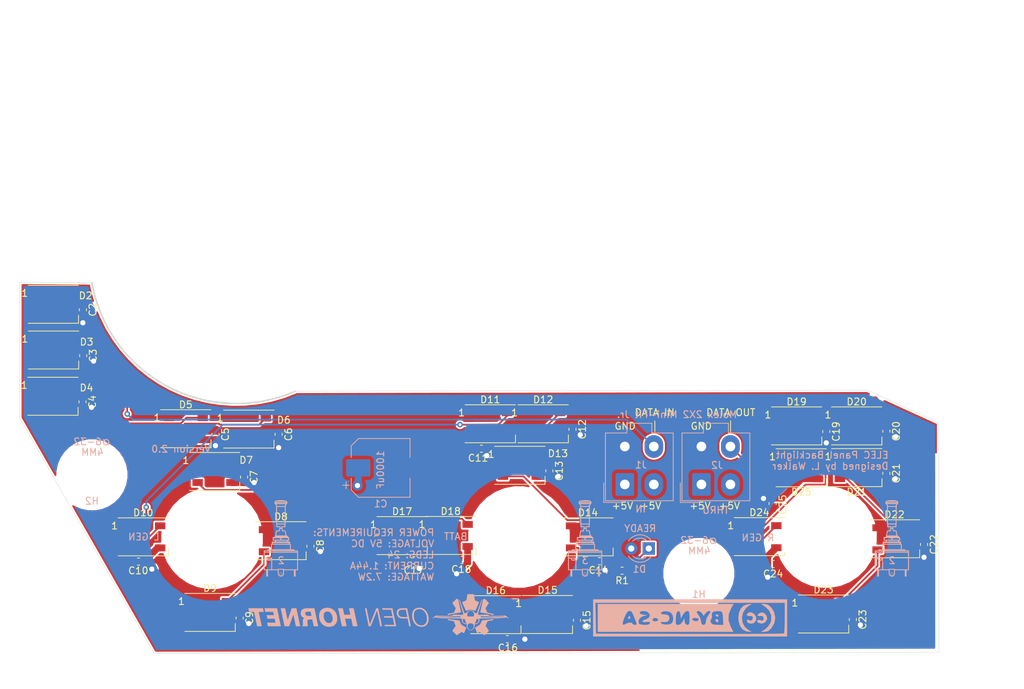
<source format=kicad_pcb>
(kicad_pcb (version 20171130) (host pcbnew "(5.1.6)-1")
  (layers (0 F.Cu signal) (31 B.Cu signal) (34 B.Paste user) (35 F.Paste user) (36 B.SilkS user) (37 F.SilkS user) (38 B.Mask user) (39 F.Mask user) (44 Edge.Cuts user))
  (net 0 "")
  (net 1 /LEDGND)
  (net 2 /LED+5V)
  (net 3 "Net-(D1-Pad1)")
  (net 4 "Net-(D2-Pad2)")
  (net 5 /DATAIN)
  (net 6 "Net-(D3-Pad2)")
  (net 7 "Net-(D4-Pad2)")
  (net 8 "Net-(D5-Pad2)")
  (net 9 "Net-(D6-Pad2)")
  (net 10 "Net-(D7-Pad2)")
  (net 11 "Net-(D8-Pad2)")
  (net 12 "Net-(D10-Pad4)")
  (net 13 "Net-(D10-Pad2)")
  (net 14 "Net-(D11-Pad2)")
  (net 15 "Net-(D12-Pad2)")
  (net 16 /DATAOUT1)
  (net 17 "Net-(D14-Pad2)")
  (net 18 "Net-(D15-Pad2)")
  (net 19 "Net-(D16-Pad2)")
  (net 20 "Net-(D17-Pad2)")
  (net 21 "Net-(D18-Pad2)")
  (net 22 "Net-(D19-Pad2)")
  (net 23 "Net-(D20-Pad2)")
  (net 24 "Net-(D21-Pad2)")
  (net 25 "Net-(D22-Pad2)")
  (net 26 "Net-(D23-Pad2)")
  (net 27 "Net-(D24-Pad2)")
  (net 28 /DATAOUT)
  (module OH_Backlighting:OH_Panel_6-32_PHS (layer F.Cu) (at 40.4114 125.7808)
    (fp_text reference 5 hide)
    (fp_text value OH_Panel_Fastner_Keepout hide)
    (fp_text user 4MM (at 0.075 -3.275 180) (layer B.SilkS) (effects (justify mirror)))
    (fp_text user H2 (at 0 3.81) (layer B.SilkS) (effects (justify mirror)))
    (fp_text user ⌀6-32 (at 0 -4.8) (layer B.SilkS) (effects (justify mirror)))
    (pad "" np_thru_hole circle (at 0 0) (size 4.3 4.3) (drill 4.3) (layers *.Cu *.Mask) (clearance 3))
  )
  (module OH_Backlighting:OH_Panel_6-32_PHS (layer F.Cu) (at 128.2954 140.0683)
    (fp_text reference 4 hide)
    (fp_text value OH_Panel_Fastner_Keepout hide)
    (fp_text user 4MM (at 0.075 -3.275 180) (layer B.SilkS) (effects (justify mirror)))
    (fp_text user H1 (at 0 3.0317) (layer B.SilkS) (effects (justify mirror)))
    (fp_text user ⌀6-32 (at 0 -4.8) (layer B.SilkS) (effects (justify mirror)))
    (pad "" np_thru_hole circle (at 0 0) (size 4.3 4.3) (drill 4.3) (layers *.Cu *.Mask) (clearance 3))
  )
  (module OH_Backlighting:SxAL_Toggle_13x13mm (layer F.Cu) (at 57.8104 134.979916)
    (fp_text reference 1 hide)
    (fp_text value SxAL_Toggle_13x13mm hide)
    (pad "" np_thru_hole circle (at 0 0) (size 12.7 12.7) (drill 12.7) (layers *.Mask F.Cu) (clearance 1))
    (pad "" np_thru_hole circle (at 0 0) (size 12.7 12.7) (drill 12.7) (layers *.Mask B.Cu) (clearance 2.65))
  )
  (module OH_Backlighting:SxAL_Toggle_13x13mm (layer F.Cu) (at 102.2604 134.7978)
    (fp_text reference 2 hide)
    (fp_text value SxAL_Toggle_13x13mm hide)
    (pad "" np_thru_hole circle (at 0 0) (size 12.7 12.7) (drill 12.7) (layers *.Mask F.Cu) (clearance 1))
    (pad "" np_thru_hole circle (at 0 0) (size 12.7 12.7) (drill 12.7) (layers *.Mask B.Cu) (clearance 2.65))
  )
  (module OH_Backlighting:SxAL_Toggle_13x13mm (layer F.Cu) (at 146.7104 134.7978)
    (fp_text reference 3 hide)
    (fp_text value SxAL_Toggle_13x13mm hide)
    (pad "" np_thru_hole circle (at 0 0) (size 12.7 12.7) (drill 12.7) (layers *.Mask F.Cu) (clearance 1))
    (pad "" np_thru_hole circle (at 0 0) (size 12.7 12.7) (drill 12.7) (layers *.Mask B.Cu) (clearance 2.65))
  )
  (module OH_General:OH_LOGO_37.7mm_5.9mm (layer B.Cu) (at 81.92 146.05 180)
    (fp_text reference G4 hide)
    (fp_text value LOGO hide)
  )
  (module OH_General:CC-BY-NC-SA-Small (layer B.Cu) (at 127.12 146.52 180)
    (fp_text reference G5 hide)
    (fp_text value LOGO hide)
  )
  (module Capacitor_SMD:C_0603_1608Metric (layer F.Cu) (at 138.98 129.94 90)
    (fp_text reference C25 (at -0.16 1.47 90) (layer F.SilkS))
    (fp_text value C)
    (pad 2 smd roundrect (at 0.7875 0 90) (size 0.875 0.95) (layers F.Cu F.Paste F.Mask) (net 1 /LEDGND))
    (pad 1 smd roundrect (at -0.7875 0 90) (size 0.875 0.95) (layers F.Cu F.Paste F.Mask) (net 2 /LED+5V))
  )
  (module Capacitor_SMD:C_0603_1608Metric (layer F.Cu) (at 139.0575 138.7 180)
    (fp_text reference C24 (at 0 -1.43) (layer F.SilkS))
    (fp_text value C)
    (pad 2 smd roundrect (at 0.7875 0 180) (size 0.875 0.95) (layers F.Cu F.Paste F.Mask) (net 1 /LEDGND))
    (pad 1 smd roundrect (at -0.7875 0 180) (size 0.875 0.95) (layers F.Cu F.Paste F.Mask) (net 2 /LED+5V))
  )
  (module Capacitor_SMD:C_0603_1608Metric (layer F.Cu) (at 150.6 146.752 270)
    (fp_text reference C23 (at 0 -1.43 90) (layer F.SilkS))
    (fp_text value C)
    (pad 2 smd roundrect (at 0.7875 0 270) (size 0.875 0.95) (layers F.Cu F.Paste F.Mask) (net 1 /LEDGND))
    (pad 1 smd roundrect (at -0.7875 0 270) (size 0.875 0.95) (layers F.Cu F.Paste F.Mask) (net 2 /LED+5V))
  )
  (module Capacitor_SMD:C_0603_1608Metric (layer F.Cu) (at 160.91 135.87 270)
    (fp_text reference C22 (at 0 -1.43 90) (layer F.SilkS))
    (fp_text value C)
    (pad 2 smd roundrect (at 0.7875 0 270) (size 0.875 0.95) (layers F.Cu F.Paste F.Mask) (net 1 /LEDGND))
    (pad 1 smd roundrect (at -0.7875 0 270) (size 0.875 0.95) (layers F.Cu F.Paste F.Mask) (net 2 /LED+5V))
  )
  (module Capacitor_SMD:C_0603_1608Metric (layer F.Cu) (at 155.45 125.562 270)
    (fp_text reference C21 (at 0 -1.43 90) (layer F.SilkS))
    (fp_text value C)
    (pad 2 smd roundrect (at 0.7875 0 270) (size 0.875 0.95) (layers F.Cu F.Paste F.Mask) (net 1 /LEDGND))
    (pad 1 smd roundrect (at -0.7875 0 270) (size 0.875 0.95) (layers F.Cu F.Paste F.Mask) (net 2 /LED+5V))
  )
  (module Capacitor_SMD:C_0603_1608Metric (layer F.Cu) (at 155.45 119.462 270)
    (fp_text reference C20 (at 0 -1.43 90) (layer F.SilkS))
    (fp_text value C)
    (pad 2 smd roundrect (at 0.7875 0 270) (size 0.875 0.95) (layers F.Cu F.Paste F.Mask) (net 1 /LEDGND))
    (pad 1 smd roundrect (at -0.7875 0 270) (size 0.875 0.95) (layers F.Cu F.Paste F.Mask) (net 2 /LED+5V))
  )
  (module Resistor_SMD:R_0603_1608Metric (layer F.Cu) (at 117.19 139.68 180)
    (fp_text reference R1 (at 0 -1.43) (layer F.SilkS))
    (fp_text value R)
    (pad 2 smd roundrect (at 0.7875 0 180) (size 0.875 0.95) (layers F.Cu F.Paste F.Mask) (net 1 /LEDGND))
    (pad 1 smd roundrect (at -0.7875 0 180) (size 0.875 0.95) (layers F.Cu F.Paste F.Mask) (net 3 "Net-(D1-Pad1)"))
  )
  (module Connector_Molex:Molex_Mini-Fit_Jr_5566-04A_2x02_P4.20mm_Vertical (layer B.Cu) (at 128.67 127.18)
    (fp_text reference J2 (at 2.27 -2.79) (layer B.SilkS) (effects (justify mirror)))
    (fp_text value Conn_01x04_Female)
    (pad 4 thru_hole oval (at 4.2 -5.5) (size 2.7 3.3) (drill 1.4) (layers *.Cu *.Mask) (net 28 /DATAOUT))
    (pad 3 thru_hole oval (at 0 -5.5) (size 2.7 3.3) (drill 1.4) (layers *.Cu *.Mask) (net 1 /LEDGND))
    (pad 2 thru_hole oval (at 4.2 0) (size 2.7 3.3) (drill 1.4) (layers *.Cu *.Mask) (net 2 /LED+5V))
    (pad 1 thru_hole roundrect (at 0 0) (size 2.7 3.3) (drill 1.4) (layers *.Cu *.Mask) (roundrect_rratio 0.09259299999999999) (net 2 /LED+5V))
  )
  (module Connector_Molex:Molex_Mini-Fit_Jr_5566-04A_2x02_P4.20mm_Vertical (layer B.Cu) (at 117.58 127.18)
    (fp_text reference J1 (at 2.34 -2.84) (layer B.SilkS) (effects (justify mirror)))
    (fp_text value Conn_01x04_Female)
    (pad 4 thru_hole oval (at 4.2 -5.5) (size 2.7 3.3) (drill 1.4) (layers *.Cu *.Mask) (net 5 /DATAIN))
    (pad 3 thru_hole oval (at 0 -5.5) (size 2.7 3.3) (drill 1.4) (layers *.Cu *.Mask) (net 1 /LEDGND))
    (pad 2 thru_hole oval (at 4.2 0) (size 2.7 3.3) (drill 1.4) (layers *.Cu *.Mask) (net 2 /LED+5V))
    (pad 1 thru_hole roundrect (at 0 0) (size 2.7 3.3) (drill 1.4) (layers *.Cu *.Mask) (roundrect_rratio 0.09259299999999999) (net 2 /LED+5V))
  )
  (module Capacitor_SMD:C_0603_1608Metric (layer F.Cu) (at 146.75 119.512 270)
    (fp_text reference C19 (at 0 -1.43 90) (layer F.SilkS))
    (fp_text value C)
    (pad 2 smd roundrect (at 0.7875 0 270) (size 0.875 0.95) (layers F.Cu F.Paste F.Mask) (net 1 /LEDGND))
    (pad 1 smd roundrect (at -0.7875 0 270) (size 0.875 0.95) (layers F.Cu F.Paste F.Mask) (net 2 /LED+5V))
  )
  (module Capacitor_SMD:C_0603_1608Metric (layer F.Cu) (at 94.0125 138.1)
    (fp_text reference C18 (at -0.1125 1.375) (layer F.SilkS))
    (fp_text value C)
    (pad 2 smd roundrect (at 0.7875 0) (size 0.875 0.95) (layers F.Cu F.Paste F.Mask) (net 1 /LEDGND))
    (pad 1 smd roundrect (at -0.7875 0) (size 0.875 0.95) (layers F.Cu F.Paste F.Mask) (net 2 /LED+5V))
  )
  (module Capacitor_SMD:C_0603_1608Metric (layer F.Cu) (at 87.0125 138.15)
    (fp_text reference C17 (at -0.0125 1.475) (layer F.SilkS))
    (fp_text value C)
    (pad 2 smd roundrect (at 0.7875 0) (size 0.875 0.95) (layers F.Cu F.Paste F.Mask) (net 1 /LEDGND))
    (pad 1 smd roundrect (at -0.7875 0) (size 0.875 0.95) (layers F.Cu F.Paste F.Mask) (net 2 /LED+5V))
  )
  (module Capacitor_SMD:C_0603_1608Metric (layer F.Cu) (at 100.562 149.6)
    (fp_text reference C16 (at 0.0875 1.25) (layer F.SilkS))
    (fp_text value C)
    (pad 2 smd roundrect (at 0.7875 0) (size 0.875 0.95) (layers F.Cu F.Paste F.Mask) (net 1 /LEDGND))
    (pad 1 smd roundrect (at -0.7875 0) (size 0.875 0.95) (layers F.Cu F.Paste F.Mask) (net 2 /LED+5V))
  )
  (module Capacitor_SMD:C_0603_1608Metric (layer F.Cu) (at 110.65 146.862 270)
    (fp_text reference C15 (at 0 -1.43 90) (layer F.SilkS))
    (fp_text value C)
    (pad 2 smd roundrect (at 0.7875 0 270) (size 0.875 0.95) (layers F.Cu F.Paste F.Mask) (net 1 /LEDGND))
    (pad 1 smd roundrect (at -0.7875 0 270) (size 0.875 0.95) (layers F.Cu F.Paste F.Mask) (net 2 /LED+5V))
  )
  (module Capacitor_SMD:C_0603_1608Metric (layer F.Cu) (at 113.9 138.3)
    (fp_text reference C14 (at -0.1 1.3) (layer F.SilkS))
    (fp_text value C)
    (pad 2 smd roundrect (at 0.7875 0) (size 0.875 0.95) (layers F.Cu F.Paste F.Mask) (net 1 /LEDGND))
    (pad 1 smd roundrect (at -0.7875 0) (size 0.875 0.95) (layers F.Cu F.Paste F.Mask) (net 2 /LED+5V))
  )
  (module Capacitor_SMD:C_0603_1608Metric (layer F.Cu) (at 106.65 125.212 270)
    (fp_text reference C13 (at 0 -1.43 90) (layer F.SilkS))
    (fp_text value C)
    (pad 2 smd roundrect (at 0.7875 0 270) (size 0.875 0.95) (layers F.Cu F.Paste F.Mask) (net 1 /LEDGND))
    (pad 1 smd roundrect (at -0.7875 0 270) (size 0.875 0.95) (layers F.Cu F.Paste F.Mask) (net 2 /LED+5V))
  )
  (module Capacitor_SMD:C_0603_1608Metric (layer F.Cu) (at 110 119.188 270)
    (fp_text reference C12 (at 0 -1.43 90) (layer F.SilkS))
    (fp_text value C)
    (pad 2 smd roundrect (at 0.7875 0 270) (size 0.875 0.95) (layers F.Cu F.Paste F.Mask) (net 1 /LEDGND))
    (pad 1 smd roundrect (at -0.7875 0 270) (size 0.875 0.95) (layers F.Cu F.Paste F.Mask) (net 2 /LED+5V))
  )
  (module Capacitor_SMD:C_0603_1608Metric (layer F.Cu) (at 96.8125 122)
    (fp_text reference C11 (at -0.4875 1.35) (layer F.SilkS))
    (fp_text value C)
    (pad 2 smd roundrect (at 0.7875 0) (size 0.875 0.95) (layers F.Cu F.Paste F.Mask) (net 1 /LEDGND))
    (pad 1 smd roundrect (at -0.7875 0) (size 0.875 0.95) (layers F.Cu F.Paste F.Mask) (net 2 /LED+5V))
  )
  (module Capacitor_SMD:C_0603_1608Metric (layer F.Cu) (at 47.1625 138.35)
    (fp_text reference C10 (at -0.0375 1.325) (layer F.SilkS))
    (fp_text value C)
    (pad 2 smd roundrect (at 0.7875 0) (size 0.875 0.95) (layers F.Cu F.Paste F.Mask) (net 1 /LEDGND))
    (pad 1 smd roundrect (at -0.7875 0) (size 0.875 0.95) (layers F.Cu F.Paste F.Mask) (net 2 /LED+5V))
  )
  (module Capacitor_SMD:C_0603_1608Metric (layer F.Cu) (at 61.8 146.538 270)
    (fp_text reference C9 (at 0 -1.43 90) (layer F.SilkS))
    (fp_text value C)
    (pad 2 smd roundrect (at 0.7875 0 270) (size 0.875 0.95) (layers F.Cu F.Paste F.Mask) (net 1 /LEDGND))
    (pad 1 smd roundrect (at -0.7875 0 270) (size 0.875 0.95) (layers F.Cu F.Paste F.Mask) (net 2 /LED+5V))
  )
  (module Capacitor_SMD:C_0603_1608Metric (layer F.Cu) (at 72.05 136.138 270)
    (fp_text reference C8 (at 0 -1.43 90) (layer F.SilkS))
    (fp_text value C)
    (pad 2 smd roundrect (at 0.7875 0 270) (size 0.875 0.95) (layers F.Cu F.Paste F.Mask) (net 1 /LEDGND))
    (pad 1 smd roundrect (at -0.7875 0 270) (size 0.875 0.95) (layers F.Cu F.Paste F.Mask) (net 2 /LED+5V))
  )
  (module Capacitor_SMD:C_0603_1608Metric (layer F.Cu) (at 62.45 126.112 270)
    (fp_text reference C7 (at 0 -1.43 90) (layer F.SilkS))
    (fp_text value C)
    (pad 2 smd roundrect (at 0.7875 0 270) (size 0.875 0.95) (layers F.Cu F.Paste F.Mask) (net 1 /LEDGND))
    (pad 1 smd roundrect (at -0.7875 0 270) (size 0.875 0.95) (layers F.Cu F.Paste F.Mask) (net 2 /LED+5V))
  )
  (module Capacitor_SMD:C_0603_1608Metric (layer F.Cu) (at 67.45 119.912 270)
    (fp_text reference C6 (at 0 -1.43 90) (layer F.SilkS))
    (fp_text value C)
    (pad 2 smd roundrect (at 0.7875 0 270) (size 0.875 0.95) (layers F.Cu F.Paste F.Mask) (net 1 /LEDGND))
    (pad 1 smd roundrect (at -0.7875 0 270) (size 0.875 0.95) (layers F.Cu F.Paste F.Mask) (net 2 /LED+5V))
  )
  (module Capacitor_SMD:C_0603_1608Metric (layer F.Cu) (at 58.3 119.912 270)
    (fp_text reference C5 (at 0 -1.43 90) (layer F.SilkS))
    (fp_text value C)
    (pad 2 smd roundrect (at 0.7875 0 270) (size 0.875 0.95) (layers F.Cu F.Paste F.Mask) (net 1 /LEDGND))
    (pad 1 smd roundrect (at -0.7875 0 270) (size 0.875 0.95) (layers F.Cu F.Paste F.Mask) (net 2 /LED+5V))
  )
  (module Capacitor_SMD:C_0603_1608Metric (layer F.Cu) (at 39.05 115.212 270)
    (fp_text reference C4 (at 0 -1.43 90) (layer F.SilkS))
    (fp_text value C)
    (pad 2 smd roundrect (at 0.7875 0 270) (size 0.875 0.95) (layers F.Cu F.Paste F.Mask) (net 1 /LEDGND))
    (pad 1 smd roundrect (at -0.7875 0 270) (size 0.875 0.95) (layers F.Cu F.Paste F.Mask) (net 2 /LED+5V))
  )
  (module Capacitor_SMD:C_0603_1608Metric (layer F.Cu) (at 39.15 108.512 270)
    (fp_text reference C3 (at 0 -1.43 90) (layer F.SilkS))
    (fp_text value C)
    (pad 2 smd roundrect (at 0.7875 0 270) (size 0.875 0.95) (layers F.Cu F.Paste F.Mask) (net 1 /LEDGND))
    (pad 1 smd roundrect (at -0.7875 0 270) (size 0.875 0.95) (layers F.Cu F.Paste F.Mask) (net 2 /LED+5V))
  )
  (module Capacitor_SMD:C_0603_1608Metric (layer F.Cu) (at 39.1 101.862 270)
    (fp_text reference C2 (at 0 -1.43 90) (layer F.SilkS))
    (fp_text value C)
    (pad 2 smd roundrect (at 0.7875 0 270) (size 0.875 0.95) (layers F.Cu F.Paste F.Mask) (net 1 /LEDGND))
    (pad 1 smd roundrect (at -0.7875 0 270) (size 0.875 0.95) (layers F.Cu F.Paste F.Mask) (net 2 /LED+5V))
  )
  (module "Kicad Footprint Files:S3ALToggle" (layer B.Cu) (at 111.9632 135.128 180)
    (fp_text reference G2 hide)
    (fp_text value LOGO hide)
    (fp_text user 3 (at 0.125 -3.075) (layer B.SilkS) (effects (justify mirror)))
  )
  (module "Kicad Footprint Files:S2ALToggle" (layer B.Cu) (at 156.3878 135.128 180)
    (fp_text reference G3 hide)
    (fp_text value LOGO hide)
    (fp_text user 2 (at 0.125 -3.075) (layer B.SilkS) (effects (justify mirror)))
  )
  (module "Kicad Footprint Files:S2ALToggle" (layer B.Cu) (at 67.9196 135.128 180)
    (fp_text reference G1 hide)
    (fp_text value LOGO hide)
    (fp_text user 2 (at 0.125 -3.075) (layer B.SilkS) (effects (justify mirror)))
  )
  (module LED_SMD:LED_WS2812B_PLCC4_5.0x5.0mm_P3.2mm (layer F.Cu) (at 143.117 124.765)
    (fp_text reference D25 (at 0.0116 3.5054) (layer F.SilkS))
    (fp_text value WS2812B)
    (fp_text user 1 (at -4.15 -1.6) (layer F.SilkS))
    (pad 1 smd rect (at -2.45 -1.6) (size 1.5 1) (layers F.Cu F.Paste F.Mask) (net 2 /LED+5V))
    (pad 2 smd rect (at -2.45 1.6) (size 1.5 1) (layers F.Cu F.Paste F.Mask) (net 28 /DATAOUT))
    (pad 4 smd rect (at 2.45 -1.6) (size 1.5 1) (layers F.Cu F.Paste F.Mask) (net 27 "Net-(D24-Pad2)"))
    (pad 3 smd rect (at 2.45 1.6) (size 1.5 1) (layers F.Cu F.Paste F.Mask) (net 1 /LEDGND))
  )
  (module LED_SMD:LED_WS2812B_PLCC4_5.0x5.0mm_P3.2mm (layer F.Cu) (at 137.072 134.747)
    (fp_text reference D24 (at 0 -3.5) (layer F.SilkS))
    (fp_text value WS2812B)
    (fp_text user 1 (at -4.15 -1.6) (layer F.SilkS))
    (pad 1 smd rect (at -2.45 -1.6) (size 1.5 1) (layers F.Cu F.Paste F.Mask) (net 2 /LED+5V))
    (pad 2 smd rect (at -2.45 1.6) (size 1.5 1) (layers F.Cu F.Paste F.Mask) (net 27 "Net-(D24-Pad2)"))
    (pad 4 smd rect (at 2.45 -1.6) (size 1.5 1) (layers F.Cu F.Paste F.Mask) (net 26 "Net-(D23-Pad2)"))
    (pad 3 smd rect (at 2.45 1.6) (size 1.5 1) (layers F.Cu F.Paste F.Mask) (net 1 /LEDGND))
  )
  (module LED_SMD:LED_WS2812B_PLCC4_5.0x5.0mm_P3.2mm (layer F.Cu) (at 146.355 145.948)
    (fp_text reference D23 (at 0 -3.5) (layer F.SilkS))
    (fp_text value WS2812B)
    (fp_text user 1 (at -4.15 -1.6) (layer F.SilkS))
    (pad 1 smd rect (at -2.45 -1.6) (size 1.5 1) (layers F.Cu F.Paste F.Mask) (net 2 /LED+5V))
    (pad 2 smd rect (at -2.45 1.6) (size 1.5 1) (layers F.Cu F.Paste F.Mask) (net 26 "Net-(D23-Pad2)"))
    (pad 4 smd rect (at 2.45 -1.6) (size 1.5 1) (layers F.Cu F.Paste F.Mask) (net 25 "Net-(D22-Pad2)"))
    (pad 3 smd rect (at 2.45 1.6) (size 1.5 1) (layers F.Cu F.Paste F.Mask) (net 1 /LEDGND))
  )
  (module LED_SMD:LED_WS2812B_PLCC4_5.0x5.0mm_P3.2mm (layer F.Cu) (at 156.63 135.052)
    (fp_text reference D22 (at 0 -3.5) (layer F.SilkS))
    (fp_text value WS2812B)
    (fp_text user 1 (at -4.15 -1.6) (layer F.SilkS))
    (pad 1 smd rect (at -2.45 -1.6) (size 1.5 1) (layers F.Cu F.Paste F.Mask) (net 2 /LED+5V))
    (pad 2 smd rect (at -2.45 1.6) (size 1.5 1) (layers F.Cu F.Paste F.Mask) (net 25 "Net-(D22-Pad2)"))
    (pad 4 smd rect (at 2.45 -1.6) (size 1.5 1) (layers F.Cu F.Paste F.Mask) (net 24 "Net-(D21-Pad2)"))
    (pad 3 smd rect (at 2.45 1.6) (size 1.5 1) (layers F.Cu F.Paste F.Mask) (net 1 /LEDGND))
  )
  (module LED_SMD:LED_WS2812B_PLCC4_5.0x5.0mm_P3.2mm (layer F.Cu) (at 151.167 124.739)
    (fp_text reference D21 (at -0.0116 3.5308) (layer F.SilkS))
    (fp_text value WS2812B)
    (fp_text user 1 (at -4.15 -1.6) (layer F.SilkS))
    (pad 1 smd rect (at -2.45 -1.6) (size 1.5 1) (layers F.Cu F.Paste F.Mask) (net 2 /LED+5V))
    (pad 2 smd rect (at -2.45 1.6) (size 1.5 1) (layers F.Cu F.Paste F.Mask) (net 24 "Net-(D21-Pad2)"))
    (pad 4 smd rect (at 2.45 -1.6) (size 1.5 1) (layers F.Cu F.Paste F.Mask) (net 23 "Net-(D20-Pad2)"))
    (pad 3 smd rect (at 2.45 1.6) (size 1.5 1) (layers F.Cu F.Paste F.Mask) (net 1 /LEDGND))
  )
  (module LED_SMD:LED_WS2812B_PLCC4_5.0x5.0mm_P3.2mm (layer F.Cu) (at 151.155 118.694)
    (fp_text reference D20 (at 0 -3.5) (layer F.SilkS))
    (fp_text value WS2812B)
    (fp_text user 1 (at -4.15 -1.6) (layer F.SilkS))
    (pad 1 smd rect (at -2.45 -1.6) (size 1.5 1) (layers F.Cu F.Paste F.Mask) (net 2 /LED+5V))
    (pad 2 smd rect (at -2.45 1.6) (size 1.5 1) (layers F.Cu F.Paste F.Mask) (net 23 "Net-(D20-Pad2)"))
    (pad 4 smd rect (at 2.45 -1.6) (size 1.5 1) (layers F.Cu F.Paste F.Mask) (net 22 "Net-(D19-Pad2)"))
    (pad 3 smd rect (at 2.45 1.6) (size 1.5 1) (layers F.Cu F.Paste F.Mask) (net 1 /LEDGND))
  )
  (module LED_SMD:LED_WS2812B_PLCC4_5.0x5.0mm_P3.2mm (layer F.Cu) (at 142.455 118.694)
    (fp_text reference D19 (at 0 -3.5) (layer F.SilkS))
    (fp_text value WS2812B)
    (fp_text user 1 (at -4.15 -1.6) (layer F.SilkS))
    (pad 1 smd rect (at -2.45 -1.6) (size 1.5 1) (layers F.Cu F.Paste F.Mask) (net 2 /LED+5V))
    (pad 2 smd rect (at -2.45 1.6) (size 1.5 1) (layers F.Cu F.Paste F.Mask) (net 22 "Net-(D19-Pad2)"))
    (pad 4 smd rect (at 2.45 -1.6) (size 1.5 1) (layers F.Cu F.Paste F.Mask) (net 21 "Net-(D18-Pad2)"))
    (pad 3 smd rect (at 2.45 1.6) (size 1.5 1) (layers F.Cu F.Paste F.Mask) (net 1 /LEDGND))
  )
  (module LED_SMD:LED_WS2812B_PLCC4_5.0x5.0mm_P3.2mm (layer F.Cu) (at 92.3682 134.569)
    (fp_text reference D18 (at 0 -3.5) (layer F.SilkS))
    (fp_text value WS2812B)
    (fp_text user 1 (at -4.15 -1.6) (layer F.SilkS))
    (pad 1 smd rect (at -2.45 -1.6) (size 1.5 1) (layers F.Cu F.Paste F.Mask) (net 2 /LED+5V))
    (pad 2 smd rect (at -2.45 1.6) (size 1.5 1) (layers F.Cu F.Paste F.Mask) (net 21 "Net-(D18-Pad2)"))
    (pad 4 smd rect (at 2.45 -1.6) (size 1.5 1) (layers F.Cu F.Paste F.Mask) (net 20 "Net-(D17-Pad2)"))
    (pad 3 smd rect (at 2.45 1.6) (size 1.5 1) (layers F.Cu F.Paste F.Mask) (net 1 /LEDGND))
  )
  (module LED_SMD:LED_WS2812B_PLCC4_5.0x5.0mm_P3.2mm (layer F.Cu) (at 85.3302 134.594)
    (fp_text reference D17 (at 0 -3.5) (layer F.SilkS))
    (fp_text value WS2812B)
    (fp_text user 1 (at -4.15 -1.6) (layer F.SilkS))
    (pad 1 smd rect (at -2.45 -1.6) (size 1.5 1) (layers F.Cu F.Paste F.Mask) (net 2 /LED+5V))
    (pad 2 smd rect (at -2.45 1.6) (size 1.5 1) (layers F.Cu F.Paste F.Mask) (net 20 "Net-(D17-Pad2)"))
    (pad 4 smd rect (at 2.45 -1.6) (size 1.5 1) (layers F.Cu F.Paste F.Mask) (net 19 "Net-(D16-Pad2)"))
    (pad 3 smd rect (at 2.45 1.6) (size 1.5 1) (layers F.Cu F.Paste F.Mask) (net 1 /LEDGND))
  )
  (module LED_SMD:LED_WS2812B_PLCC4_5.0x5.0mm_P3.2mm (layer F.Cu) (at 98.8938 146.05)
    (fp_text reference D16 (at 0 -3.5) (layer F.SilkS))
    (fp_text value WS2812B)
    (fp_text user 1 (at -4.15 -1.6) (layer F.SilkS))
    (pad 1 smd rect (at -2.45 -1.6) (size 1.5 1) (layers F.Cu F.Paste F.Mask) (net 2 /LED+5V))
    (pad 2 smd rect (at -2.45 1.6) (size 1.5 1) (layers F.Cu F.Paste F.Mask) (net 19 "Net-(D16-Pad2)"))
    (pad 4 smd rect (at 2.45 -1.6) (size 1.5 1) (layers F.Cu F.Paste F.Mask) (net 18 "Net-(D15-Pad2)"))
    (pad 3 smd rect (at 2.45 1.6) (size 1.5 1) (layers F.Cu F.Paste F.Mask) (net 1 /LEDGND))
  )
  (module LED_SMD:LED_WS2812B_PLCC4_5.0x5.0mm_P3.2mm (layer F.Cu) (at 106.364 146.024)
    (fp_text reference D15 (at 0.037 -3.5304) (layer F.SilkS))
    (fp_text value WS2812B)
    (fp_text user 1 (at -4.15 -1.6) (layer F.SilkS))
    (pad 1 smd rect (at -2.45 -1.6) (size 1.5 1) (layers F.Cu F.Paste F.Mask) (net 2 /LED+5V))
    (pad 2 smd rect (at -2.45 1.6) (size 1.5 1) (layers F.Cu F.Paste F.Mask) (net 18 "Net-(D15-Pad2)"))
    (pad 4 smd rect (at 2.45 -1.6) (size 1.5 1) (layers F.Cu F.Paste F.Mask) (net 17 "Net-(D14-Pad2)"))
    (pad 3 smd rect (at 2.45 1.6) (size 1.5 1) (layers F.Cu F.Paste F.Mask) (net 1 /LEDGND))
  )
  (module LED_SMD:LED_WS2812B_PLCC4_5.0x5.0mm_P3.2mm (layer F.Cu) (at 112.243 134.772)
    (fp_text reference D14 (at 0 -3.5) (layer F.SilkS))
    (fp_text value WS2812B)
    (fp_text user 1 (at -4.15 -1.6) (layer F.SilkS))
    (pad 1 smd rect (at -2.45 -1.6) (size 1.5 1) (layers F.Cu F.Paste F.Mask) (net 2 /LED+5V))
    (pad 2 smd rect (at -2.45 1.6) (size 1.5 1) (layers F.Cu F.Paste F.Mask) (net 17 "Net-(D14-Pad2)"))
    (pad 4 smd rect (at 2.45 -1.6) (size 1.5 1) (layers F.Cu F.Paste F.Mask) (net 16 /DATAOUT1))
    (pad 3 smd rect (at 2.45 1.6) (size 1.5 1) (layers F.Cu F.Paste F.Mask) (net 1 /LEDGND))
  )
  (module LED_SMD:LED_WS2812B_PLCC4_5.0x5.0mm_P3.2mm (layer F.Cu) (at 102.376 124.409)
    (fp_text reference D13 (at 5.524 -1.709) (layer F.SilkS))
    (fp_text value WS2812B)
    (fp_text user 1 (at -4.15 -1.6) (layer F.SilkS))
    (pad 1 smd rect (at -2.45 -1.6) (size 1.5 1) (layers F.Cu F.Paste F.Mask) (net 2 /LED+5V))
    (pad 2 smd rect (at -2.45 1.6) (size 1.5 1) (layers F.Cu F.Paste F.Mask) (net 16 /DATAOUT1))
    (pad 4 smd rect (at 2.45 -1.6) (size 1.5 1) (layers F.Cu F.Paste F.Mask) (net 15 "Net-(D12-Pad2)"))
    (pad 3 smd rect (at 2.45 1.6) (size 1.5 1) (layers F.Cu F.Paste F.Mask) (net 1 /LEDGND))
  )
  (module LED_SMD:LED_WS2812B_PLCC4_5.0x5.0mm_P3.2mm (layer F.Cu) (at 105.754 118.389)
    (fp_text reference D12 (at 0 -3.5) (layer F.SilkS))
    (fp_text value WS2812B)
    (fp_text user 1 (at -4.15 -1.6) (layer F.SilkS))
    (pad 1 smd rect (at -2.45 -1.6) (size 1.5 1) (layers F.Cu F.Paste F.Mask) (net 2 /LED+5V))
    (pad 2 smd rect (at -2.45 1.6) (size 1.5 1) (layers F.Cu F.Paste F.Mask) (net 15 "Net-(D12-Pad2)"))
    (pad 4 smd rect (at 2.45 -1.6) (size 1.5 1) (layers F.Cu F.Paste F.Mask) (net 14 "Net-(D11-Pad2)"))
    (pad 3 smd rect (at 2.45 1.6) (size 1.5 1) (layers F.Cu F.Paste F.Mask) (net 1 /LEDGND))
  )
  (module LED_SMD:LED_WS2812B_PLCC4_5.0x5.0mm_P3.2mm (layer F.Cu) (at 98.0948 118.389)
    (fp_text reference D11 (at 0 -3.5) (layer F.SilkS))
    (fp_text value WS2812B)
    (fp_text user 1 (at -4.15 -1.6) (layer F.SilkS))
    (pad 1 smd rect (at -2.45 -1.6) (size 1.5 1) (layers F.Cu F.Paste F.Mask) (net 2 /LED+5V))
    (pad 2 smd rect (at -2.45 1.6) (size 1.5 1) (layers F.Cu F.Paste F.Mask) (net 14 "Net-(D11-Pad2)"))
    (pad 4 smd rect (at 2.45 -1.6) (size 1.5 1) (layers F.Cu F.Paste F.Mask) (net 13 "Net-(D10-Pad2)"))
    (pad 3 smd rect (at 2.45 1.6) (size 1.5 1) (layers F.Cu F.Paste F.Mask) (net 1 /LEDGND))
  )
  (module LED_SMD:LED_WS2812B_PLCC4_5.0x5.0mm_P3.2mm (layer F.Cu) (at 47.842 134.772)
    (fp_text reference D10 (at 0 -3.5) (layer F.SilkS))
    (fp_text value WS2812B)
    (fp_text user 1 (at -4.15 -1.6) (layer F.SilkS))
    (pad 1 smd rect (at -2.45 -1.6) (size 1.5 1) (layers F.Cu F.Paste F.Mask) (net 2 /LED+5V))
    (pad 2 smd rect (at -2.45 1.6) (size 1.5 1) (layers F.Cu F.Paste F.Mask) (net 13 "Net-(D10-Pad2)"))
    (pad 4 smd rect (at 2.45 -1.6) (size 1.5 1) (layers F.Cu F.Paste F.Mask) (net 12 "Net-(D10-Pad4)"))
    (pad 3 smd rect (at 2.45 1.6) (size 1.5 1) (layers F.Cu F.Paste F.Mask) (net 1 /LEDGND))
  )
  (module LED_SMD:LED_WS2812B_PLCC4_5.0x5.0mm_P3.2mm (layer F.Cu) (at 57.5194 145.72)
    (fp_text reference D9 (at 0 -3.5) (layer F.SilkS))
    (fp_text value WS2812B)
    (fp_text user 1 (at -4.15 -1.6) (layer F.SilkS))
    (pad 1 smd rect (at -2.45 -1.6) (size 1.5 1) (layers F.Cu F.Paste F.Mask) (net 2 /LED+5V))
    (pad 2 smd rect (at -2.45 1.6) (size 1.5 1) (layers F.Cu F.Paste F.Mask) (net 12 "Net-(D10-Pad4)"))
    (pad 4 smd rect (at 2.45 -1.6) (size 1.5 1) (layers F.Cu F.Paste F.Mask) (net 11 "Net-(D8-Pad2)"))
    (pad 3 smd rect (at 2.45 1.6) (size 1.5 1) (layers F.Cu F.Paste F.Mask) (net 1 /LEDGND))
  )
  (module LED_SMD:LED_WS2812B_PLCC4_5.0x5.0mm_P3.2mm (layer F.Cu) (at 67.781 135.331)
    (fp_text reference D8 (at 0.0116 -3.48) (layer F.SilkS))
    (fp_text value WS2812B)
    (fp_text user 1 (at -4.15 -1.6) (layer F.SilkS))
    (pad 1 smd rect (at -2.45 -1.6) (size 1.5 1) (layers F.Cu F.Paste F.Mask) (net 2 /LED+5V))
    (pad 2 smd rect (at -2.45 1.6) (size 1.5 1) (layers F.Cu F.Paste F.Mask) (net 11 "Net-(D8-Pad2)"))
    (pad 4 smd rect (at 2.45 -1.6) (size 1.5 1) (layers F.Cu F.Paste F.Mask) (net 10 "Net-(D7-Pad2)"))
    (pad 3 smd rect (at 2.45 1.6) (size 1.5 1) (layers F.Cu F.Paste F.Mask) (net 1 /LEDGND))
  )
  (module LED_SMD:LED_WS2812B_PLCC4_5.0x5.0mm_P3.2mm (layer F.Cu) (at 58.166 125.298)
    (fp_text reference D7 (at 4.584 -1.648) (layer F.SilkS))
    (fp_text value WS2812B)
    (fp_text user 1 (at -4.15 -1.6) (layer F.SilkS))
    (pad 1 smd rect (at -2.45 -1.6) (size 1.5 1) (layers F.Cu F.Paste F.Mask) (net 2 /LED+5V))
    (pad 2 smd rect (at -2.45 1.6) (size 1.5 1) (layers F.Cu F.Paste F.Mask) (net 10 "Net-(D7-Pad2)"))
    (pad 4 smd rect (at 2.45 -1.6) (size 1.5 1) (layers F.Cu F.Paste F.Mask) (net 9 "Net-(D6-Pad2)"))
    (pad 3 smd rect (at 2.45 1.6) (size 1.5 1) (layers F.Cu F.Paste F.Mask) (net 1 /LEDGND))
  )
  (module LED_SMD:LED_WS2812B_PLCC4_5.0x5.0mm_P3.2mm (layer F.Cu) (at 63.1306 119.151)
    (fp_text reference D6 (at 5.0694 -1.301) (layer F.SilkS))
    (fp_text value WS2812B)
    (fp_text user 1 (at -4.15 -1.6) (layer F.SilkS))
    (pad 1 smd rect (at -2.45 -1.6) (size 1.5 1) (layers F.Cu F.Paste F.Mask) (net 2 /LED+5V))
    (pad 2 smd rect (at -2.45 1.6) (size 1.5 1) (layers F.Cu F.Paste F.Mask) (net 9 "Net-(D6-Pad2)"))
    (pad 4 smd rect (at 2.45 -1.6) (size 1.5 1) (layers F.Cu F.Paste F.Mask) (net 8 "Net-(D5-Pad2)"))
    (pad 3 smd rect (at 2.45 1.6) (size 1.5 1) (layers F.Cu F.Paste F.Mask) (net 1 /LEDGND))
  )
  (module LED_SMD:LED_WS2812B_PLCC4_5.0x5.0mm_P3.2mm (layer F.Cu) (at 54.0004 119.101)
    (fp_text reference D5 (at 0 -3.4798) (layer F.SilkS))
    (fp_text value WS2812B)
    (fp_text user 1 (at -4.15 -1.6) (layer F.SilkS))
    (pad 1 smd rect (at -2.45 -1.6) (size 1.5 1) (layers F.Cu F.Paste F.Mask) (net 2 /LED+5V))
    (pad 2 smd rect (at -2.45 1.6) (size 1.5 1) (layers F.Cu F.Paste F.Mask) (net 8 "Net-(D5-Pad2)"))
    (pad 4 smd rect (at 2.45 -1.6) (size 1.5 1) (layers F.Cu F.Paste F.Mask) (net 7 "Net-(D4-Pad2)"))
    (pad 3 smd rect (at 2.45 1.6) (size 1.5 1) (layers F.Cu F.Paste F.Mask) (net 1 /LEDGND))
  )
  (module LED_SMD:LED_WS2812B_PLCC4_5.0x5.0mm_P3.2mm (layer F.Cu) (at 34.761 114.402)
    (fp_text reference D4 (at 4.864 -1.227) (layer F.SilkS))
    (fp_text value WS2812B)
    (fp_text user 1 (at -4.15 -1.6) (layer F.SilkS))
    (pad 1 smd rect (at -2.45 -1.6) (size 1.5 1) (layers F.Cu F.Paste F.Mask) (net 2 /LED+5V))
    (pad 2 smd rect (at -2.45 1.6) (size 1.5 1) (layers F.Cu F.Paste F.Mask) (net 7 "Net-(D4-Pad2)"))
    (pad 4 smd rect (at 2.45 -1.6) (size 1.5 1) (layers F.Cu F.Paste F.Mask) (net 6 "Net-(D3-Pad2)"))
    (pad 3 smd rect (at 2.45 1.6) (size 1.5 1) (layers F.Cu F.Paste F.Mask) (net 1 /LEDGND))
  )
  (module LED_SMD:LED_WS2812B_PLCC4_5.0x5.0mm_P3.2mm (layer F.Cu) (at 34.8488 107.696)
    (fp_text reference D3 (at 4.8012 -1.171) (layer F.SilkS))
    (fp_text value WS2812B)
    (fp_text user 1 (at -4.15 -1.6) (layer F.SilkS))
    (pad 1 smd rect (at -2.45 -1.6) (size 1.5 1) (layers F.Cu F.Paste F.Mask) (net 2 /LED+5V))
    (pad 2 smd rect (at -2.45 1.6) (size 1.5 1) (layers F.Cu F.Paste F.Mask) (net 6 "Net-(D3-Pad2)"))
    (pad 4 smd rect (at 2.45 -1.6) (size 1.5 1) (layers F.Cu F.Paste F.Mask) (net 4 "Net-(D2-Pad2)"))
    (pad 3 smd rect (at 2.45 1.6) (size 1.5 1) (layers F.Cu F.Paste F.Mask) (net 1 /LEDGND))
  )
  (module LED_SMD:LED_WS2812B_PLCC4_5.0x5.0mm_P3.2mm (layer F.Cu) (at 34.8234 101.067)
    (fp_text reference D2 (at 4.6766 -1.242) (layer F.SilkS))
    (fp_text value WS2812B)
    (fp_text user 1 (at -4.15 -1.6) (layer F.SilkS))
    (pad 1 smd rect (at -2.45 -1.6) (size 1.5 1) (layers F.Cu F.Paste F.Mask) (net 2 /LED+5V))
    (pad 2 smd rect (at -2.45 1.6) (size 1.5 1) (layers F.Cu F.Paste F.Mask) (net 4 "Net-(D2-Pad2)"))
    (pad 4 smd rect (at 2.45 -1.6) (size 1.5 1) (layers F.Cu F.Paste F.Mask) (net 5 /DATAIN))
    (pad 3 smd rect (at 2.45 1.6) (size 1.5 1) (layers F.Cu F.Paste F.Mask) (net 1 /LEDGND))
  )
  (module LED_THT:LED_D3.0mm (layer B.Cu) (at 121.05 136.46 180)
    (fp_text reference D1 (at 1.37 -2.99) (layer B.SilkS) (effects (justify mirror)))
    (fp_text value LED)
    (pad 2 thru_hole circle (at 2.54 0 180) (size 1.8 1.8) (drill 0.9) (layers *.Cu *.Mask) (net 2 /LED+5V))
    (pad 1 thru_hole rect (at 0 0 180) (size 1.8 1.8) (drill 0.9) (layers *.Cu *.Mask) (net 3 "Net-(D1-Pad1)"))
  )
  (module Capacitor_SMD:CP_Elec_8x10 (layer B.Cu) (at 82.22 124.78)
    (fp_text reference C1 (at 0 5.2) (layer B.SilkS) (effects (justify mirror)))
    (fp_text value C_Polarized)
    (pad 2 smd roundrect (at 3.25 0) (size 3.5 2.5) (layers B.Cu B.Paste B.Mask) (roundrect_rratio 0.1) (net 1 /LEDGND))
    (pad 1 smd roundrect (at -3.25 0) (size 3.5 2.5) (layers B.Cu B.Paste B.Mask) (roundrect_rratio 0.1) (net 2 /LED+5V))
  )
  (gr_line (start 132.9 119.6) (end 132.9 117.95) (layer F.SilkS) (width 0.12))
  (gr_line (start 121.925 118) (end 121.925 119.55) (layer F.SilkS) (width 0.12))
  (gr_text "DATA OUT" (at 132.925 116.75) (layer F.SilkS) (effects (font (size 1 1))))
  (gr_text GND (at 128.65 118.725) (layer F.SilkS) (effects (font (size 1 1))))
  (gr_text +5V (at 132.725 130.275) (layer F.SilkS) (effects (font (size 1 1))))
  (gr_text +5V (at 128.475 130.275) (layer F.SilkS) (effects (font (size 1 1))))
  (gr_text +5V (at 121.325 130.275) (layer F.SilkS) (effects (font (size 1 1))))
  (gr_text +5V (at 117.25 130.275) (layer F.SilkS) (effects (font (size 1 1))))
  (gr_text GND (at 117.625 118.725) (layer F.SilkS) (effects (font (size 1 1))))
  (gr_text "DATA IN" (at 121.9 116.75) (layer F.SilkS) (effects (font (size 1 1))))
  (gr_text "R GEN" (at 136.8552 134.8994) (layer B.SilkS) (effects (font (size 1 1)) (justify mirror)))
  (gr_text BATT (at 93.091 134.7216) (layer B.SilkS) (effects (font (size 1 1)) (justify mirror)))
  (gr_text "L GEN" (at 47.9298 134.7724) (layer B.SilkS) (effects (font (size 1 1)) (justify mirror)))
  (gr_arc (start 61.339566 94.181114) (end 40.4114 97.9424) (angle -103.4067556) (layer Edge.Cuts) (width 0.2))
  (gr_line (start 152.7048 113.5126) (end 69.85081 113.666856) (layer Edge.Cuts) (width 0.05))
  (gr_line (start 163.0426 118.237) (end 152.7048 113.5126) (layer Edge.Cuts) (width 0.05))
  (gr_line (start 163.068 151.511) (end 163.0426 118.237) (layer Edge.Cuts) (width 0.05))
  (gr_line (start 49.4284 151.6888) (end 163.068 151.511) (layer Edge.Cuts) (width 0.05))
  (gr_line (start 29.9466 117.5512) (end 49.4284 151.6888) (layer Edge.Cuts) (width 0.05))
  (gr_line (start 29.9466 97.8662) (end 29.9466 117.5512) (layer Edge.Cuts) (width 0.05))
  (gr_line (start 29.9466 97.8662) (end 40.4114 97.9424) (layer Edge.Cuts) (width 0.05))
  (gr_text "Molex 2X2 Mini-Fit Jr." (at 125.13 117.04) (layer B.SilkS) (effects (font (size 1 1)) (justify mirror)))
  (gr_text 1000uF (at 82.2 125.08 90) (layer B.SilkS) (effects (font (size 1 1)) (justify mirror)))
  (gr_text READY (at 119.8 133.55) (layer B.SilkS) (effects (font (size 1 1)) (justify mirror)))
  (gr_text THRU (at 130.75 130.91) (layer B.SilkS) (effects (font (size 1 1)) (justify mirror)))
  (gr_text IN (at 119.87 130.73) (layer B.SilkS) (effects (font (size 1 1)) (justify mirror)))
  (gr_text "Version 2.0" (at 53.3146 122.047) (layer B.SilkS) (effects (font (size 1 1)) (justify mirror)))
  (gr_text "POWER REQUIREMENTS:\nVOLTAGE: 5V DC\nLEDS: 24\nCURRENT: 1.44A\nWATTAGE: 7.2W" (at 90.07 137.37) (layer B.SilkS) (effects (font (size 1 1)) (justify left mirror)))
  (gr_text "ELEC Panel Backlight\nDesigned by L. Walker" (at 155.85 123.72) (layer B.SilkS) (effects (font (size 1 1)) (justify left mirror)))
  (segment (start 101.3495 149.5995) (end 101.3495 149.6) (width 1) (layer F.Cu) (net 1))
  (segment (start 101.3495 149.5995) (end 101.35 149.6) (width 1) (layer F.Cu) (net 1))
  (segment (start 101.344 148.337) (end 101.344 149.594) (width 1) (layer F.Cu) (net 1))
  (segment (start 101.344 149.594) (end 101.3495 149.5995) (width 1) (layer F.Cu) (net 1))
  (segment (start 139.0005 129.188) (end 139 129.1875) (width 1) (layer F.Cu) (net 1))
  (segment (start 139.0005 129.188) (end 139 129.188) (width 1) (layer F.Cu) (net 1))
  (segment (start 139 129.188) (end 137.66 129.21) (width 1) (layer F.Cu) (net 1))
  (segment (start 151.145 147.535) (end 150.6045 147.535) (width 1) (layer F.Cu) (net 1))
  (segment (start 150.6045 147.535) (end 150.6 147.5395) (width 1) (layer F.Cu) (net 1))
  (segment (start 151.145 147.535) (end 151.69 147.53) (width 1) (layer F.Cu) (net 1))
  (segment (start 148.805 147.548) (end 150.592 147.548) (width 1) (layer F.Cu) (net 1))
  (segment (start 150.592 147.548) (end 150.6 147.54) (width 1) (layer F.Cu) (net 1))
  (segment (start 150.6 147.54) (end 151.145 147.535) (width 1) (layer F.Cu) (net 1))
  (segment (start 160.907 136.655) (end 160.9075 136.655) (width 1) (layer F.Cu) (net 1))
  (segment (start 160.9075 136.655) (end 160.91 136.6575) (width 1) (layer F.Cu) (net 1))
  (segment (start 160.907 136.655) (end 160.91 136.658) (width 1) (layer F.Cu) (net 1))
  (segment (start 160.91 136.658) (end 160.91 137.73) (width 1) (layer F.Cu) (net 1))
  (segment (start 159.08 136.652) (end 160.904 136.652) (width 1) (layer F.Cu) (net 1))
  (segment (start 160.904 136.652) (end 160.907 136.655) (width 1) (layer F.Cu) (net 1))
  (segment (start 155.4445 126.3445) (end 155.445 126.3445) (width 1) (layer F.Cu) (net 1))
  (segment (start 155.445 126.3445) (end 155.45 126.3495) (width 1) (layer F.Cu) (net 1))
  (segment (start 155.4445 126.3445) (end 155.45 126.35) (width 1) (layer F.Cu) (net 1))
  (segment (start 155.45 126.35) (end 156.75 126.35) (width 1) (layer F.Cu) (net 1))
  (segment (start 153.617 126.339) (end 155.439 126.339) (width 1) (layer F.Cu) (net 1))
  (segment (start 155.439 126.339) (end 155.4445 126.3445) (width 1) (layer F.Cu) (net 1))
  (segment (start 155.45 120.25) (end 155.45 120.2495) (width 1) (layer F.Cu) (net 1))
  (segment (start 155.45 120.25) (end 156.8 120.25) (width 1) (layer F.Cu) (net 1))
  (segment (start 153.605 120.294) (end 155.406 120.294) (width 1) (layer F.Cu) (net 1))
  (segment (start 155.406 120.294) (end 155.45 120.25) (width 1) (layer F.Cu) (net 1))
  (segment (start 116.402 139.68) (end 116.4025 139.68) (width 1) (layer F.Cu) (net 1))
  (segment (start 116.402 139.68) (end 114.78 139.68) (width 1) (layer F.Cu) (net 1))
  (segment (start 114.78 139.68) (end 114.7 139.6) (width 1) (layer F.Cu) (net 1))
  (segment (start 146.747 120.297) (end 146.7475 120.297) (width 1) (layer F.Cu) (net 1))
  (segment (start 146.7475 120.297) (end 146.75 120.2995) (width 1) (layer F.Cu) (net 1))
  (segment (start 146.747 120.297) (end 146.75 120.3) (width 1) (layer F.Cu) (net 1))
  (segment (start 146.75 120.3) (end 146.75 121.15) (width 1) (layer F.Cu) (net 1))
  (segment (start 144.905 120.294) (end 146.744 120.294) (width 1) (layer F.Cu) (net 1))
  (segment (start 146.744 120.294) (end 146.747 120.297) (width 1) (layer F.Cu) (net 1))
  (segment (start 112 147.65) (end 111.95 147.65) (width 1) (layer F.Cu) (net 1))
  (segment (start 114.6905 138.297) (end 114.688 138.3) (width 1) (layer F.Cu) (net 1))
  (segment (start 114.688 138.3) (end 114.7 139.6) (width 1) (layer F.Cu) (net 1))
  (segment (start 114.693 136.372) (end 114.693 138.294) (width 1) (layer F.Cu) (net 1))
  (segment (start 114.693 138.294) (end 114.6905 138.297) (width 1) (layer F.Cu) (net 1))
  (segment (start 114.6905 138.297) (end 114.6875 138.3) (width 1) (layer F.Cu) (net 1))
  (segment (start 106.65 126) (end 106.65 125.9995) (width 1) (layer F.Cu) (net 1))
  (segment (start 106.65 126) (end 107.95 126) (width 1) (layer F.Cu) (net 1))
  (segment (start 104.826 126.009) (end 106.641 126.009) (width 1) (layer F.Cu) (net 1))
  (segment (start 106.641 126.009) (end 106.65 126) (width 1) (layer F.Cu) (net 1))
  (segment (start 109.993 119.982) (end 109.9935 119.982) (width 1) (layer F.Cu) (net 1))
  (segment (start 109.9935 119.982) (end 110 119.9755) (width 1) (layer F.Cu) (net 1))
  (segment (start 109.993 119.982) (end 110 119.975) (width 1) (layer F.Cu) (net 1))
  (segment (start 110 119.975) (end 111.125 119.975) (width 1) (layer F.Cu) (net 1))
  (segment (start 108.204 119.989) (end 109.986 119.989) (width 1) (layer F.Cu) (net 1))
  (segment (start 109.986 119.989) (end 109.993 119.982) (width 1) (layer F.Cu) (net 1))
  (segment (start 61.8 147.325) (end 61.8 147.3255) (width 1) (layer F.Cu) (net 1))
  (segment (start 61.8 147.325) (end 63.125 147.325) (width 1) (layer F.Cu) (net 1))
  (segment (start 59.9694 147.32) (end 61.795 147.32) (width 1) (layer F.Cu) (net 1))
  (segment (start 61.795 147.32) (end 61.8 147.325) (width 1) (layer F.Cu) (net 1))
  (segment (start 72.047 136.928) (end 72.0475 136.928) (width 1) (layer F.Cu) (net 1))
  (segment (start 72.0475 136.928) (end 72.05 136.9255) (width 1) (layer F.Cu) (net 1))
  (segment (start 72.047 136.928) (end 72.05 136.925) (width 1) (layer F.Cu) (net 1))
  (segment (start 72.05 136.925) (end 73.5 136.9) (width 1) (layer F.Cu) (net 1))
  (segment (start 70.231 136.931) (end 72.044 136.931) (width 1) (layer F.Cu) (net 1))
  (segment (start 72.044 136.931) (end 72.047 136.928) (width 1) (layer F.Cu) (net 1))
  (segment (start 62.449 126.899) (end 62.4495 126.899) (width 1) (layer F.Cu) (net 1))
  (segment (start 62.4495 126.899) (end 62.45 126.8995) (width 1) (layer F.Cu) (net 1))
  (segment (start 62.449 126.899) (end 62.45 126.9) (width 1) (layer F.Cu) (net 1))
  (segment (start 62.45 126.9) (end 63.9 126.9) (width 1) (layer F.Cu) (net 1))
  (segment (start 60.616 126.898) (end 62.448 126.898) (width 1) (layer F.Cu) (net 1))
  (segment (start 62.448 126.898) (end 62.449 126.899) (width 1) (layer F.Cu) (net 1))
  (segment (start 67.45 120.7) (end 67.45 120.6995) (width 1) (layer F.Cu) (net 1))
  (segment (start 67.45 120.7) (end 67.45 121.85) (width 1) (layer F.Cu) (net 1))
  (segment (start 65.5806 120.751) (end 67.399 120.751) (width 1) (layer F.Cu) (net 1))
  (segment (start 67.399 120.751) (end 67.45 120.7) (width 1) (layer F.Cu) (net 1))
  (segment (start 58.3 120.7) (end 58.3 120.6995) (width 1) (layer F.Cu) (net 1))
  (segment (start 58.3 120.7) (end 58.3 121.55) (width 1) (layer F.Cu) (net 1))
  (segment (start 56.4504 120.701) (end 58.299 120.701) (width 1) (layer F.Cu) (net 1))
  (segment (start 58.299 120.701) (end 58.3 120.7) (width 1) (layer F.Cu) (net 1))
  (segment (start 39.05 116) (end 39.05 115.9995) (width 1) (layer F.Cu) (net 1))
  (segment (start 39.05 116) (end 40.35 116) (width 1) (layer F.Cu) (net 1))
  (segment (start 37.211 116.002) (end 39.048 116.002) (width 1) (layer F.Cu) (net 1))
  (segment (start 39.048 116.002) (end 39.05 116) (width 1) (layer F.Cu) (net 1))
  (segment (start 39.148 109.298) (end 39.1485 109.298) (width 1) (layer F.Cu) (net 1))
  (segment (start 39.1485 109.298) (end 39.15 109.2995) (width 1) (layer F.Cu) (net 1))
  (segment (start 39.148 109.298) (end 39.15 109.3) (width 1) (layer F.Cu) (net 1))
  (segment (start 39.15 109.3) (end 40.65 109.3) (width 1) (layer F.Cu) (net 1))
  (segment (start 37.2988 109.296) (end 39.146 109.296) (width 1) (layer F.Cu) (net 1))
  (segment (start 39.146 109.296) (end 39.148 109.298) (width 1) (layer F.Cu) (net 1))
  (segment (start 39.1 102.65) (end 39.1 102.6495) (width 1) (layer F.Cu) (net 1))
  (segment (start 39.1 102.65) (end 39.1 103.75) (width 1) (layer F.Cu) (net 1))
  (segment (start 37.2734 102.667) (end 39.083 102.667) (width 1) (layer F.Cu) (net 1))
  (segment (start 39.083 102.667) (end 39.1 102.65) (width 1) (layer F.Cu) (net 1))
  (segment (start 101.344 148.337) (end 101.3438 148.3368) (width 1) (layer F.Cu) (net 1))
  (segment (start 101.3438 148.3368) (end 101.3438 147.65) (width 1) (layer F.Cu) (net 1))
  (segment (start 101.344 147.65) (end 101.344 148.337) (width 1) (layer F.Cu) (net 1))
  (segment (start 110.6498 147.6497) (end 110.65 147.65) (width 1) (layer F.Cu) (net 1))
  (segment (start 110.65 147.65) (end 111.95 147.65) (width 1) (layer F.Cu) (net 1))
  (segment (start 108.814 147.624) (end 110.624 147.624) (width 1) (layer F.Cu) (net 1))
  (segment (start 110.624 147.624) (end 110.6498 147.6497) (width 1) (layer F.Cu) (net 1))
  (segment (start 110.65 147.6495) (end 110.6498 147.6497) (width 1) (layer F.Cu) (net 1))
  (segment (start 100.5448 119.989) (end 100.545 119.989) (width 1) (layer F.Cu) (net 1))
  (segment (start 97.6 122) (end 97.6 121.85) (width 1) (layer F.Cu) (net 1))
  (segment (start 97.6 121.85) (end 99.461 119.989) (width 1) (layer F.Cu) (net 1))
  (segment (start 99.461 119.989) (end 100.5448 119.989) (width 1) (layer F.Cu) (net 1))
  (segment (start 97.6 122) (end 97.6 123) (width 1) (layer F.Cu) (net 1))
  (segment (start 151.69 147.53) (end 151.68 147.54) (width 1) (layer F.Cu) (net 1))
  (segment (start 114.7 139.6) (end 114.688 139.588) (width 1) (layer F.Cu) (net 1))
  (segment (start 97.6 123) (end 97.6 123.05) (width 1) (layer F.Cu) (net 1))
  (segment (start 73.5 136.9) (end 73.475 136.925) (width 1) (layer F.Cu) (net 1))
  (segment (start 94.8182 136.169) (end 94.8182 138.082) (width 1) (layer F.Cu) (net 1))
  (segment (start 94.8182 138.082) (end 94.8 138.1) (width 1) (layer F.Cu) (net 1))
  (segment (start 87.8 138.15) (end 87.8 139.35) (width 1) (layer F.Cu) (net 1))
  (segment (start 87.7802 136.194) (end 87.7802 138.13) (width 1) (layer F.Cu) (net 1))
  (segment (start 87.7802 138.13) (end 87.8 138.15) (width 1) (layer F.Cu) (net 1))
  (segment (start 50.292 136.372) (end 49.928 136.372) (width 1) (layer F.Cu) (net 1))
  (segment (start 49.928 136.372) (end 47.95 138.35) (width 1) (layer F.Cu) (net 1))
  (via (at 137.66 129.21) (size 1.5) (drill 0.75) (layers F.Cu B.Cu) (net 1))
  (via (at 151.69 147.53) (size 1.5) (drill 0.75) (layers F.Cu B.Cu) (net 1))
  (via (at 160.91 137.73) (size 1.5) (drill 0.75) (layers F.Cu B.Cu) (net 1))
  (via (at 156.75 126.35) (size 1.5) (drill 0.75) (layers F.Cu B.Cu) (net 1))
  (via (at 156.8 120.25) (size 1.5) (drill 0.75) (layers F.Cu B.Cu) (net 1))
  (via (at 146.75 121.15) (size 1.5) (drill 0.75) (layers F.Cu B.Cu) (net 1))
  (via (at 87.8 139.35) (size 1.5) (drill 0.75) (layers F.Cu B.Cu) (net 1))
  (via (at 112 147.65) (size 1.5) (drill 0.75) (layers F.Cu B.Cu) (net 1))
  (via (at 114.7 139.6) (size 1.5) (drill 0.75) (layers F.Cu B.Cu) (net 1))
  (via (at 107.95 126) (size 1.5) (drill 0.75) (layers F.Cu B.Cu) (net 1))
  (via (at 111.125 119.975) (size 1.5) (drill 0.75) (layers F.Cu B.Cu) (net 1))
  (via (at 97.6 123) (size 1.5) (drill 0.75) (layers F.Cu B.Cu) (net 1))
  (via (at 63.125 147.325) (size 1.5) (drill 0.75) (layers F.Cu B.Cu) (net 1))
  (via (at 73.5 136.9) (size 1.5) (drill 0.75) (layers F.Cu B.Cu) (net 1))
  (via (at 63.9 126.9) (size 1.5) (drill 0.75) (layers F.Cu B.Cu) (net 1))
  (via (at 67.45 121.85) (size 1.5) (drill 0.75) (layers F.Cu B.Cu) (net 1))
  (via (at 58.3 121.55) (size 1.5) (drill 0.75) (layers F.Cu B.Cu) (net 1))
  (via (at 40.35 116) (size 1.5) (drill 0.75) (layers F.Cu B.Cu) (net 1))
  (via (at 40.65 109.3) (size 1.5) (drill 0.75) (layers F.Cu B.Cu) (net 1))
  (via (at 39.1 103.75) (size 1.5) (drill 0.75) (layers F.Cu B.Cu) (net 1))
  (segment (start 47.95 138.35) (end 47.99 138.35) (width 1) (layer F.Cu) (net 1))
  (segment (start 47.99 138.35) (end 49.09 139.45) (width 1) (layer F.Cu) (net 1))
  (segment (start 49.09 139.45) (end 49.09 139.45) (width 1) (layer F.Cu) (net 1))
  (via (at 49.09 139.45) (size 1.5) (drill 0.75) (layers F.Cu B.Cu) (net 1))
  (segment (start 145.795 126.365) (end 145.816991 126.343009) (width 1) (layer F.Cu) (net 1))
  (segment (start 145.567 126.365) (end 145.795 126.365) (width 1) (layer F.Cu) (net 1))
  (segment (start 140.389502 129.1525) (end 138.98 129.1525) (width 1) (layer F.Cu) (net 1))
  (segment (start 143.198993 126.343009) (end 140.389502 129.1525) (width 1) (layer F.Cu) (net 1))
  (segment (start 145.816991 126.343009) (end 143.198993 126.343009) (width 1) (layer F.Cu) (net 1))
  (segment (start 138.27 137.599) (end 138.27 138.7) (width 1) (layer F.Cu) (net 1))
  (segment (start 139.522 136.347) (end 138.27 137.599) (width 1) (layer F.Cu) (net 1))
  (segment (start 138.27 138.7) (end 138.27 140.62) (width 1) (layer F.Cu) (net 1))
  (segment (start 138.27 140.62) (end 138.27 140.62) (width 1) (layer F.Cu) (net 1))
  (via (at 138.27 140.62) (size 1.5) (drill 0.75) (layers F.Cu B.Cu) (net 1))
  (segment (start 94.8 138.575) (end 93.22 140.12) (width 1) (layer F.Cu) (net 1))
  (segment (start 94.8 138.1) (end 94.8 138.575) (width 1) (layer F.Cu) (net 1))
  (segment (start 93.22 140.12) (end 93.255 140.12) (width 1) (layer F.Cu) (net 1))
  (via (at 93.22 140.12) (size 1.5) (drill 0.75) (layers F.Cu B.Cu) (net 1))
  (segment (start 101.3495 149.6) (end 103.1 149.6) (width 1) (layer F.Cu) (net 1))
  (segment (start 103.1 149.6) (end 103.1 149.6) (width 1) (layer F.Cu) (net 1))
  (via (at 103.1 149.6) (size 1.5) (drill 0.75) (layers F.Cu B.Cu) (net 1))
  (segment (start 78.8629 127.3336) (end 78.97 127.2265) (width 1) (layer B.Cu) (net 2))
  (segment (start 78.97 127.2265) (end 78.97 124.78) (width 1) (layer B.Cu) (net 2))
  (via (at 78.8629 127.3336) (size 1.5) (drill 0.75) (layers F.Cu B.Cu) (net 2))
  (segment (start 117.978 139.606) (end 117.9775 139.6065) (width 0.25) (layer F.Cu) (net 3))
  (segment (start 117.9775 139.6065) (end 117.9775 139.68) (width 0.25) (layer F.Cu) (net 3))
  (segment (start 117.978 139.606) (end 117.978 139.532) (width 0.25) (layer F.Cu) (net 3))
  (segment (start 117.978 139.532) (end 121.05 136.46) (width 0.25) (layer F.Cu) (net 3))
  (segment (start 117.978 139.68) (end 117.978 139.606) (width 0.25) (layer F.Cu) (net 3))
  (segment (start 33.8698 102.667) (end 37.2988 106.096) (width 0.25) (layer F.Cu) (net 4))
  (segment (start 32.3734 102.667) (end 33.8698 102.667) (width 0.25) (layer F.Cu) (net 4))
  (segment (start 121.78 121.68) (end 117.88 117.78) (width 0.25) (layer B.Cu) (net 5))
  (segment (start 117.88 117.78) (end 52.62 117.78) (width 0.25) (layer B.Cu) (net 5))
  (segment (start 40.661123 101.391629) (end 38.736494 99.467) (width 0.25) (layer F.Cu) (net 5))
  (segment (start 38.736494 99.467) (end 37.2734 99.467) (width 0.25) (layer F.Cu) (net 5))
  (segment (start 40.661123 105.041123) (end 40.661123 101.391629) (width 0.25) (layer F.Cu) (net 5))
  (segment (start 52.62 117.78) (end 46.59 117.78) (width 0.25) (layer B.Cu) (net 5))
  (segment (start 46.59 117.78) (end 46.36 117.78) (width 0.25) (layer B.Cu) (net 5))
  (segment (start 46.36 117.78) (end 45.52 116.95) (width 0.25) (layer B.Cu) (net 5))
  (segment (start 45.52 116.95) (end 45.51 116.93) (width 0.25) (layer B.Cu) (net 5))
  (via (at 45.52 116.95) (size 0.8) (drill 0.4) (layers F.Cu B.Cu) (net 5))
  (segment (start 45.52 109.9) (end 45.52 116.95) (width 0.25) (layer F.Cu) (net 5))
  (segment (start 40.661123 105.041123) (end 45.52 109.9) (width 0.25) (layer F.Cu) (net 5))
  (segment (start 33.705 109.296) (end 37.211 112.802) (width 0.25) (layer F.Cu) (net 6))
  (segment (start 32.3988 109.296) (end 33.705 109.296) (width 0.25) (layer F.Cu) (net 6))
  (segment (start 53.288989 118.326001) (end 54.11399 117.501) (width 0.25) (layer F.Cu) (net 7))
  (segment (start 34.635001 118.326001) (end 53.288989 118.326001) (width 0.25) (layer F.Cu) (net 7))
  (segment (start 54.11399 117.501) (end 56.4504 117.501) (width 0.25) (layer F.Cu) (net 7))
  (segment (start 32.311 116.002) (end 34.635001 118.326001) (width 0.25) (layer F.Cu) (net 7))
  (segment (start 58.781484 118.36199) (end 53.88941 118.36199) (width 0.25) (layer F.Cu) (net 8))
  (segment (start 58.919747 118.500253) (end 58.781484 118.36199) (width 0.25) (layer F.Cu) (net 8))
  (segment (start 53.88941 118.36199) (end 51.5504 120.701) (width 0.25) (layer F.Cu) (net 8))
  (segment (start 64.631347 118.500253) (end 58.919747 118.500253) (width 0.25) (layer F.Cu) (net 8))
  (segment (start 65.5806 117.551) (end 64.631347 118.500253) (width 0.25) (layer F.Cu) (net 8))
  (segment (start 60.6806 123.6334) (end 60.616 123.698) (width 0.25) (layer F.Cu) (net 9))
  (segment (start 60.6806 120.751) (end 60.6806 123.6334) (width 0.25) (layer F.Cu) (net 9))
  (segment (start 64.475001 127.975001) (end 70.231 133.731) (width 0.25) (layer F.Cu) (net 10))
  (segment (start 56.793001 127.975001) (end 64.475001 127.975001) (width 0.25) (layer F.Cu) (net 10))
  (segment (start 55.716 126.898) (end 56.793001 127.975001) (width 0.25) (layer F.Cu) (net 10))
  (segment (start 65.331 138.7584) (end 65.331 136.931) (width 0.25) (layer F.Cu) (net 11))
  (segment (start 59.9694 144.12) (end 65.331 138.7584) (width 0.25) (layer F.Cu) (net 11))
  (segment (start 45.61249 137.86751) (end 50.292 133.188) (width 0.25) (layer F.Cu) (net 12))
  (segment (start 50.292 133.188) (end 50.292 133.172) (width 0.25) (layer F.Cu) (net 12))
  (segment (start 45.61249 138.86309) (end 45.61249 137.86751) (width 0.25) (layer F.Cu) (net 12))
  (segment (start 54.0694 147.32) (end 45.61249 138.86309) (width 0.25) (layer F.Cu) (net 12))
  (segment (start 55.0694 147.32) (end 54.0694 147.32) (width 0.25) (layer F.Cu) (net 12))
  (segment (start 100.5448 116.789) (end 100.5448 117.2252) (width 0.25) (layer F.Cu) (net 13))
  (segment (start 100.5448 117.2252) (end 99.29 118.48) (width 0.25) (layer F.Cu) (net 13))
  (segment (start 99.29 118.48) (end 93.72 118.51) (width 0.25) (layer F.Cu) (net 13))
  (segment (start 93.72 118.51) (end 93.75 118.48) (width 0.25) (layer F.Cu) (net 13))
  (via (at 93.72 118.51) (size 0.8) (drill 0.4) (layers F.Cu B.Cu) (net 13))
  (via (at 48.28 130.48) (size 0.8) (drill 0.4) (layers F.Cu B.Cu) (net 13))
  (segment (start 48.28 129.593764) (end 48.28 130.48) (width 0.25) (layer B.Cu) (net 13))
  (segment (start 59.363764 118.51) (end 48.28 129.593764) (width 0.25) (layer B.Cu) (net 13))
  (segment (start 61.32 118.51) (end 59.363764 118.51) (width 0.25) (layer B.Cu) (net 13))
  (segment (start 93.72 118.51) (end 61.32 118.51) (width 0.25) (layer B.Cu) (net 13))
  (segment (start 48.28 133.484) (end 48.28 130.48) (width 0.25) (layer F.Cu) (net 13))
  (segment (start 45.392 136.372) (end 48.28 133.484) (width 0.25) (layer F.Cu) (net 13))
  (segment (start 97.695194 118.938606) (end 106.054394 118.938606) (width 0.25) (layer F.Cu) (net 14))
  (segment (start 106.054394 118.938606) (end 108.204 116.789) (width 0.25) (layer F.Cu) (net 14))
  (segment (start 96.6448 119.989) (end 97.695194 118.938606) (width 0.25) (layer F.Cu) (net 14))
  (segment (start 95.6448 119.989) (end 96.6448 119.989) (width 0.25) (layer F.Cu) (net 14))
  (segment (start 104.826 121.511) (end 103.304 119.989) (width 0.25) (layer F.Cu) (net 15))
  (segment (start 104.826 122.809) (end 104.826 121.511) (width 0.25) (layer F.Cu) (net 15))
  (segment (start 114.693 133.172) (end 113.6177 133.172) (width 0.25) (layer F.Cu) (net 16))
  (segment (start 99.926 126.009) (end 102.9122 126.009) (width 0.25) (layer F.Cu) (net 16))
  (segment (start 102.9122 126.009) (end 109.2499 132.3467) (width 0.25) (layer F.Cu) (net 16))
  (segment (start 109.2499 132.3467) (end 112.7924 132.3467) (width 0.25) (layer F.Cu) (net 16))
  (segment (start 112.7924 132.3467) (end 113.6177 133.172) (width 0.25) (layer F.Cu) (net 16))
  (segment (start 109.793 136.372) (end 110.8683 136.372) (width 0.25) (layer F.Cu) (net 17))
  (segment (start 108.814 144.424) (end 109.8893 144.424) (width 0.25) (layer F.Cu) (net 17))
  (segment (start 110.8683 136.372) (end 110.8683 143.445) (width 0.25) (layer F.Cu) (net 17))
  (segment (start 110.8683 143.445) (end 109.8893 144.424) (width 0.25) (layer F.Cu) (net 17))
  (segment (start 101.3438 145.0538) (end 103.914 147.624) (width 0.25) (layer F.Cu) (net 18))
  (segment (start 101.3438 144.45) (end 101.3438 145.0538) (width 0.25) (layer F.Cu) (net 18))
  (segment (start 87.7802 132.994) (end 86.7049 132.994) (width 0.25) (layer F.Cu) (net 19))
  (segment (start 96.4438 147.65) (end 94.4492 147.65) (width 0.25) (layer F.Cu) (net 19))
  (segment (start 94.4492 147.65) (end 85.4117 138.6125) (width 0.25) (layer F.Cu) (net 19))
  (segment (start 85.4117 138.6125) (end 85.4117 134.2872) (width 0.25) (layer F.Cu) (net 19))
  (segment (start 85.4117 134.2872) (end 86.7049 132.994) (width 0.25) (layer F.Cu) (net 19))
  (segment (start 86.795199 132.143999) (end 93.993199 132.143999) (width 0.25) (layer F.Cu) (net 20))
  (segment (start 84.961691 133.977507) (end 86.795199 132.143999) (width 0.25) (layer F.Cu) (net 20))
  (segment (start 84.961691 135.112509) (end 84.961691 133.977507) (width 0.25) (layer F.Cu) (net 20))
  (segment (start 83.8802 136.194) (end 84.961691 135.112509) (width 0.25) (layer F.Cu) (net 20))
  (segment (start 93.993199 132.143999) (end 94.8182 132.969) (width 0.25) (layer F.Cu) (net 20))
  (segment (start 82.8802 136.194) (end 83.8802 136.194) (width 0.25) (layer F.Cu) (net 20))
  (segment (start 147.439 114.56) (end 144.905 117.094) (width 0.25) (layer F.Cu) (net 21))
  (segment (start 162.38 123.01) (end 153.93 114.56) (width 0.25) (layer F.Cu) (net 21))
  (segment (start 89.9182 136.169) (end 89.9182 139.759402) (width 0.25) (layer F.Cu) (net 21))
  (segment (start 89.9182 139.759402) (end 96.983797 146.824999) (width 0.25) (layer F.Cu) (net 21))
  (segment (start 156.004999 150.675001) (end 162.38 144.3) (width 0.25) (layer F.Cu) (net 21))
  (segment (start 97.74 147.111198) (end 97.74 149.515) (width 0.25) (layer F.Cu) (net 21))
  (segment (start 96.983797 146.824999) (end 97.453801 146.824999) (width 0.25) (layer F.Cu) (net 21))
  (segment (start 98.900001 150.675001) (end 156.004999 150.675001) (width 0.25) (layer F.Cu) (net 21))
  (segment (start 97.453801 146.824999) (end 97.74 147.111198) (width 0.25) (layer F.Cu) (net 21))
  (segment (start 153.93 114.56) (end 147.439 114.56) (width 0.25) (layer F.Cu) (net 21))
  (segment (start 97.74 149.515) (end 98.900001 150.675001) (width 0.25) (layer F.Cu) (net 21))
  (segment (start 162.38 144.3) (end 162.38 123.01) (width 0.25) (layer F.Cu) (net 21))
  (segment (start 153.605 117.094) (end 152.5297 117.094) (width 0.25) (layer F.Cu) (net 22))
  (segment (start 140.005 120.294) (end 141.0803 120.294) (width 0.25) (layer F.Cu) (net 22))
  (segment (start 141.0803 120.294) (end 141.9056 119.4687) (width 0.25) (layer F.Cu) (net 22))
  (segment (start 141.9056 119.4687) (end 144.4893 119.4687) (width 0.25) (layer F.Cu) (net 22))
  (segment (start 144.4893 119.4687) (end 146.0387 117.9193) (width 0.25) (layer F.Cu) (net 22))
  (segment (start 146.0387 117.9193) (end 151.7044 117.9193) (width 0.25) (layer F.Cu) (net 22))
  (segment (start 151.7044 117.9193) (end 152.5297 117.094) (width 0.25) (layer F.Cu) (net 22))
  (segment (start 151.55 123.139) (end 148.705 120.294) (width 0.25) (layer F.Cu) (net 23))
  (segment (start 153.617 123.139) (end 151.55 123.139) (width 0.25) (layer F.Cu) (net 23))
  (segment (start 156.83 133.452) (end 159.08 133.452) (width 0.25) (layer F.Cu) (net 24))
  (segment (start 149.717 126.339) (end 156.83 133.452) (width 0.25) (layer F.Cu) (net 24))
  (segment (start 148.717 126.339) (end 149.717 126.339) (width 0.25) (layer F.Cu) (net 24))
  (segment (start 154.18 138.973) (end 148.805 144.348) (width 0.25) (layer F.Cu) (net 25))
  (segment (start 154.18 136.652) (end 154.18 138.973) (width 0.25) (layer F.Cu) (net 25))
  (segment (start 137.194999 135.474001) (end 139.522 133.147) (width 0.25) (layer F.Cu) (net 26))
  (segment (start 142.905 147.548) (end 137.194999 141.837999) (width 0.25) (layer F.Cu) (net 26))
  (segment (start 137.194999 141.837999) (end 137.194999 135.474001) (width 0.25) (layer F.Cu) (net 26))
  (segment (start 143.905 147.548) (end 142.905 147.548) (width 0.25) (layer F.Cu) (net 26))
  (segment (start 146.577001 127.190001) (end 146.642001 127.125001) (width 0.25) (layer F.Cu) (net 27))
  (segment (start 143.761493 127.190001) (end 146.577001 127.190001) (width 0.25) (layer F.Cu) (net 27))
  (segment (start 146.642001 127.125001) (end 146.642001 124.240001) (width 0.25) (layer F.Cu) (net 27))
  (segment (start 134.622 136.329494) (end 143.761493 127.190001) (width 0.25) (layer F.Cu) (net 27))
  (segment (start 146.642001 124.240001) (end 145.567 123.165) (width 0.25) (layer F.Cu) (net 27))
  (segment (start 134.622 136.347) (end 134.622 136.329494) (width 0.25) (layer F.Cu) (net 27))
  (segment (start 137.555 126.365) (end 132.87 121.68) (width 0.25) (layer F.Cu) (net 28))
  (segment (start 140.667 126.365) (end 137.555 126.365) (width 0.25) (layer F.Cu) (net 28))
  (zone (net 2) (net_name /LED+5V) (layer F.Cu) (connect_pads yes (clearance 0.25)) (min_thickness 0.254) (fill yes (arc_segments 32) (thermal_gap 0.508) (thermal_bridge_width 0.508))
    (polygon (pts (xy 47.5 97.7) (xy 62 108.15) (xy 168.3 112.8) (xy 168.65 156.85) (xy 27.25 155.5) (xy 27.6 97.2)))
  )
  (zone (net 1) (net_name /LEDGND) (layer B.Cu) (connect_pads yes (clearance 0.508)) (min_thickness 0.254) (fill yes (arc_segments 32) (thermal_gap 0.508) (thermal_bridge_width 0.508))
    (polygon (pts (xy 48.85 96.85) (xy 60.7 109.8) (xy 167.65 112.65) (xy 168.9 155.75) (xy 27.1 154.95) (xy 27.9 96.4)))
  )
)
</source>
